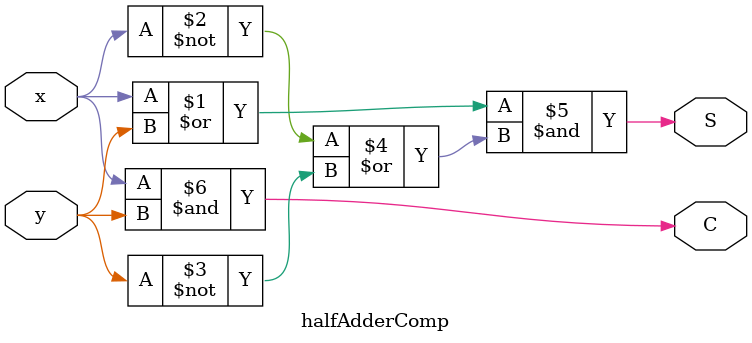
<source format=v>
 `timescale 1ns / 1ps
    module halfAdder;
    	// Inputs
    	reg x;
    	reg y;
    	// Outputs
    	wire z;
        wire c;
    	// Instantiate the Unit Under Test (UUT)
    	halfAdderComp uut (
    		.x(x), 
    		.y(y), 
    		.S(S),
            .C(C)
    	);
     
    	initial begin
    		// Initialize Inputs
    	x = 0;
    	y = 0;
     
    	#20 y = 1;
        #20 y=0;
            x=1;

    	#20 x = 1;
            y=1;	
    	//#20 x = 1;	  
    	//#40;
        end  
     
    		initial begin
    		 $monitor("x=%d,y=%d\tS=%d,C=%d \n",x,y,S,C);
    		 end
     
    endmodule

 module halfAdderComp(
        input x,
        input y,
        output S,
        output C
        );
     
    assign S = ((x|y)&(~x|~y));
    assign C = x&y;
     
    endmodule

/*
OUTPUT
x y     S C
0 0     0 0
0 1     1 0
1 0     1 0
1 1     0 1
*/

</source>
